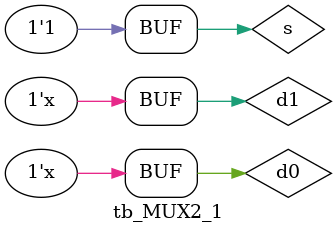
<source format=sv>
module sim;

    initial begin
        $dumpfile("dump.vcd");
        $dumpvars;
        #80
        $finish;
    end

endmodule

module tb_MUX2_1;

    reg d0, d1, s;
    wire y;

    MUX2_1 mux(.data({d0, d1}), .sel(s), .y(y));

    always #5 d0 = ~d0;
    always #10 d1 = ~d1;

    initial begin
        d0 = 1'b0;
        d1 = 1'b0;
        s = 1'b0;
        #40
        s = 1'b1;
    end

endmodule
</source>
